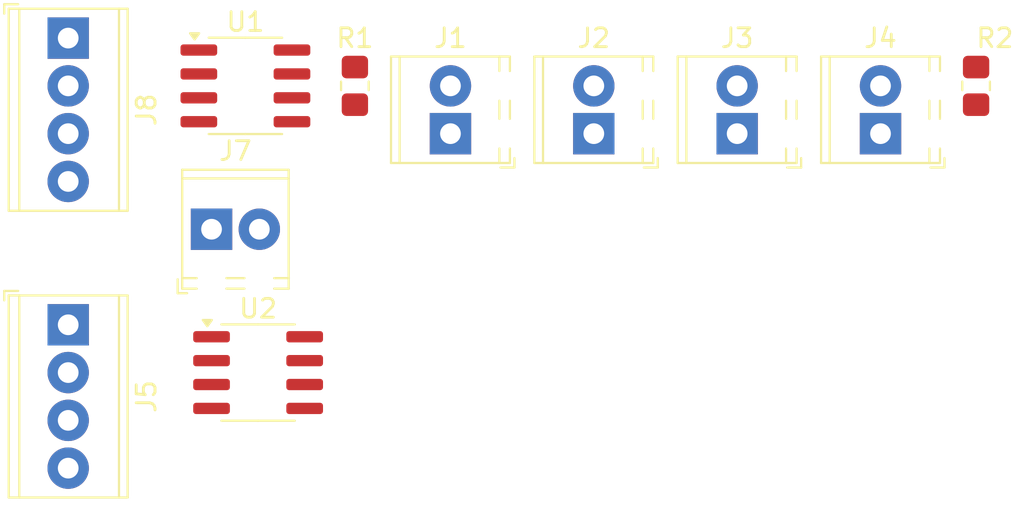
<source format=kicad_pcb>
(kicad_pcb (version 20221018) (generator pcbnew)
  (layers (0 "F.Cu" signal) (31 "B.Cu" signal) (34 "B.Paste" user) (35 "F.Paste" user) (36 "B.SilkS" user "B.Silkscreen") (37 "F.SilkS" user "F.Silkscreen") (38 "B.Mask" user) (39 "F.Mask" user) (44 "Edge.Cuts" user))
  (net 0 "")
  (net 1 "/CANL")
  (net 2 "/CANH")
  (net 3 "/CAN_Tx")
  (net 4 "/CAN_Rx")
  (net 5 "Net-(J5-Pin_4)")
  (net 6 "GND")
  (net 7 "+3.3V")
  (net 8 "Net-(J5-Pin_2)")
  (net 9 "Net-(J8-Pin_2)")
  (net 10 "Net-(J8-Pin_4)")
  (footprint "Resistor_SMD:R_0805_2012Metric_Pad1.20x1.40mm_HandSolder" (layer "F.Cu") (at 137.16 83.82 -90)
    (fp_text reference "R1" (at -2.54 0 -180) (layer "F.SilkS"))
    (fp_text value "120")
    (fp_line (start -0.227064 -0.735) (end 0.227064 -0.735) (stroke (width 0.12)) (layer "F.SilkS"))
    (fp_line (start -0.227064 0.735) (end 0.227064 0.735) (stroke (width 0.12)) (layer "F.SilkS"))
    (pad "1" smd roundrect (at -1 0 270) (size 1.2 1.4) (layers "F.Cu" "F.Paste" "F.Mask") (roundrect_rratio 0.208333) (net 2 "/CANH"))
    (pad "2" smd roundrect (at 1 0 270) (size 1.2 1.4) (layers "F.Cu" "F.Paste" "F.Mask") (roundrect_rratio 0.208333) (net 1 "/CANL"))
  )
  (footprint "TerminalBlock_Phoenix:TerminalBlock_Phoenix_MPT-0,5-2-2.54_1x02_P2.54mm_Horizontal" (layer "F.Cu") (at 142.24 86.36 90)
    (fp_text reference "J1" (at 5.08 0 180) (layer "F.SilkS"))
    (fp_text value "Conn_01x02" hide)
    (fp_line (start -1.8 2.66) (end -1.8 3.4) (stroke (width 0.12)) (layer "F.SilkS"))
    (fp_line (start -1.8 3.4) (end -1.3 3.4) (stroke (width 0.12)) (layer "F.SilkS"))
    (fp_line (start -1.56 -3.16) (end -1.56 3.16) (stroke (width 0.12)) (layer "F.SilkS"))
    (fp_line (start -1.56 -3.16) (end 4.1 -3.16) (stroke (width 0.12)) (layer "F.SilkS"))
    (fp_line (start -1.56 -2.7) (end 4.1 -2.7) (stroke (width 0.12)) (layer "F.SilkS"))
    (fp_line (start -1.56 2.6) (end -0.79 2.6) (stroke (width 0.12)) (layer "F.SilkS"))
    (fp_line (start -1.56 3.16) (end -0.79 3.16) (stroke (width 0.12)) (layer "F.SilkS"))
    (fp_line (start 0.79 2.6) (end 1.75 2.6) (stroke (width 0.12)) (layer "F.SilkS"))
    (fp_line (start 0.79 3.16) (end 1.75 3.16) (stroke (width 0.12)) (layer "F.SilkS"))
    (fp_line (start 3.33 2.6) (end 4.1 2.6) (stroke (width 0.12)) (layer "F.SilkS"))
    (fp_line (start 3.33 3.16) (end 4.1 3.16) (stroke (width 0.12)) (layer "F.SilkS"))
    (fp_line (start 4.1 -3.16) (end 4.1 3.16) (stroke (width 0.12)) (layer "F.SilkS"))
    (pad "" np_thru_hole circle (at 0 2.54 90) (size 1.1 1.1) (drill 1.1) (layers "*.Cu" "*.Mask"))
    (pad "" np_thru_hole circle (at 2.54 2.54 90) (size 1.1 1.1) (drill 1.1) (layers "*.Cu" "*.Mask"))
    (pad "1" thru_hole rect (at 0 0 90) (size 2.2 2.2) (drill 1.1) (layers "*.Cu" "*.Mask") (net 1 "/CANL"))
    (pad "2" thru_hole circle (at 2.54 0 90) (size 2.2 2.2) (drill 1.1) (layers "*.Cu" "*.Mask") (net 2 "/CANH"))
  )
  (footprint "Package_SO:SOIC-8_3.9x4.9mm_P1.27mm" (layer "F.Cu") (at 132.015 99.06)
    (fp_text reference "U2" (at 0 -3.4) (layer "F.SilkS"))
    (fp_text value "SN65HVD230")
    (fp_line (start 0 -2.56) (end -1.95 -2.56) (stroke (width 0.12)) (layer "F.SilkS"))
    (fp_line (start 0 -2.56) (end 1.95 -2.56) (stroke (width 0.12)) (layer "F.SilkS"))
    (fp_line (start 0 2.56) (end -1.95 2.56) (stroke (width 0.12)) (layer "F.SilkS"))
    (fp_line (start 0 2.56) (end 1.95 2.56) (stroke (width 0.12)) (layer "F.SilkS"))
    (fp_poly (pts (xy -2.7 -2.465) (xy -2.94 -2.795) (xy -2.46 -2.795) (xy -2.7 -2.465)) (stroke (width 0.12)) (fill solid) (layer "F.SilkS"))
    (pad "1" smd roundrect (at -2.475 -1.905) (size 1.95 0.6) (layers "F.Cu" "F.Paste" "F.Mask") (net 3 "/CAN_Tx"))
    (pad "2" smd roundrect (at -2.475 -0.635) (size 1.95 0.6) (layers "F.Cu" "F.Paste" "F.Mask") (net 6 "GND"))
    (pad "3" smd roundrect (at -2.475 0.635) (size 1.95 0.6) (layers "F.Cu" "F.Paste" "F.Mask") (net 7 "+3.3V"))
    (pad "4" smd roundrect (at -2.475 1.905) (size 1.95 0.6) (layers "F.Cu" "F.Paste" "F.Mask") (net 4 "/CAN_Rx"))
    (pad "5" smd roundrect (at 2.475 1.905) (size 1.95 0.6) (layers "F.Cu" "F.Paste" "F.Mask") (net 5 "Net-(J5-Pin_4)"))
    (pad "6" smd roundrect (at 2.475 0.635) (size 1.95 0.6) (layers "F.Cu" "F.Paste" "F.Mask") (net 1 "/CANL"))
    (pad "7" smd roundrect (at 2.475 -0.635) (size 1.95 0.6) (layers "F.Cu" "F.Paste" "F.Mask") (net 2 "/CANH"))
    (pad "8" smd roundrect (at 2.475 -1.905) (size 1.95 0.6) (layers "F.Cu" "F.Paste" "F.Mask") (net 8 "Net-(J5-Pin_2)"))
  )
  (footprint "TerminalBlock_Phoenix:TerminalBlock_Phoenix_MPT-0,5-4-2.54_1x04_P2.54mm_Horizontal" (layer "F.Cu") (at 121.92 96.52 -90)
    (fp_text reference "J5" (at 3.81 -4.16 90) (layer "F.SilkS"))
    (fp_text value "Conn_01x04" hide)
    (fp_line (start -1.8 2.66) (end -1.8 3.4) (stroke (width 0.12)) (layer "F.SilkS"))
    (fp_line (start -1.8 3.4) (end -1.3 3.4) (stroke (width 0.12)) (layer "F.SilkS"))
    (fp_line (start -1.56 -3.16) (end -1.56 3.16) (stroke (width 0.12)) (layer "F.SilkS"))
    (fp_line (start -1.56 -3.16) (end 9.18 -3.16) (stroke (width 0.12)) (layer "F.SilkS"))
    (fp_line (start -1.56 -2.7) (end 9.18 -2.7) (stroke (width 0.12)) (layer "F.SilkS"))
    (fp_line (start -1.56 2.6) (end 9.18 2.6) (stroke (width 0.12)) (layer "F.SilkS"))
    (fp_line (start -1.56 3.16) (end 9.18 3.16) (stroke (width 0.12)) (layer "F.SilkS"))
    (fp_line (start 9.18 -3.16) (end 9.18 3.16) (stroke (width 0.12)) (layer "F.SilkS"))
    (pad "1" thru_hole rect (at 0 0 270) (size 2.2 2.2) (drill 1.1) (layers "*.Cu" "*.Mask") (net 3 "/CAN_Tx"))
    (pad "2" thru_hole circle (at 2.54 0 270) (size 2.2 2.2) (drill 1.1) (layers "*.Cu" "*.Mask") (net 8 "Net-(J5-Pin_2)"))
    (pad "3" thru_hole circle (at 5.08 0 270) (size 2.2 2.2) (drill 1.1) (layers "*.Cu" "*.Mask") (net 4 "/CAN_Rx"))
    (pad "4" thru_hole circle (at 7.62 0 270) (size 2.2 2.2) (drill 1.1) (layers "*.Cu" "*.Mask") (net 5 "Net-(J5-Pin_4)"))
  )
  (footprint "Package_SO:SOIC-8_3.9x4.9mm_P1.27mm" (layer "F.Cu") (at 131.34 83.82)
    (fp_text reference "U1" (at 0 -3.4) (layer "F.SilkS"))
    (fp_text value "SN65HVD230")
    (fp_line (start 0 -2.56) (end -1.95 -2.56) (stroke (width 0.12)) (layer "F.SilkS"))
    (fp_line (start 0 -2.56) (end 1.95 -2.56) (stroke (width 0.12)) (layer "F.SilkS"))
    (fp_line (start 0 2.56) (end -1.95 2.56) (stroke (width 0.12)) (layer "F.SilkS"))
    (fp_line (start 0 2.56) (end 1.95 2.56) (stroke (width 0.12)) (layer "F.SilkS"))
    (fp_poly (pts (xy -2.7 -2.465) (xy -2.94 -2.795) (xy -2.46 -2.795) (xy -2.7 -2.465)) (stroke (width 0.12)) (fill solid) (layer "F.SilkS"))
    (pad "1" smd roundrect (at -2.475 -1.905) (size 1.95 0.6) (layers "F.Cu" "F.Paste" "F.Mask") (net 3 "/CAN_Tx"))
    (pad "2" smd roundrect (at -2.475 -0.635) (size 1.95 0.6) (layers "F.Cu" "F.Paste" "F.Mask") (net 6 "GND"))
    (pad "3" smd roundrect (at -2.475 0.635) (size 1.95 0.6) (layers "F.Cu" "F.Paste" "F.Mask") (net 7 "+3.3V"))
    (pad "4" smd roundrect (at -2.475 1.905) (size 1.95 0.6) (layers "F.Cu" "F.Paste" "F.Mask") (net 4 "/CAN_Rx"))
    (pad "5" smd roundrect (at 2.475 1.905) (size 1.95 0.6) (layers "F.Cu" "F.Paste" "F.Mask") (net 10 "Net-(J8-Pin_4)"))
    (pad "6" smd roundrect (at 2.475 0.635) (size 1.95 0.6) (layers "F.Cu" "F.Paste" "F.Mask") (net 1 "/CANL"))
    (pad "7" smd roundrect (at 2.475 -0.635) (size 1.95 0.6) (layers "F.Cu" "F.Paste" "F.Mask") (net 2 "/CANH"))
    (pad "8" smd roundrect (at 2.475 -1.905) (size 1.95 0.6) (layers "F.Cu" "F.Paste" "F.Mask") (net 9 "Net-(J8-Pin_2)"))
  )
  (footprint "TerminalBlock_Phoenix:TerminalBlock_Phoenix_MPT-0,5-2-2.54_1x02_P2.54mm_Horizontal" (layer "F.Cu") (at 165.1 86.36 90)
    (fp_text reference "J4" (at 5.08 0 180) (layer "F.SilkS"))
    (fp_text value "Conn_01x02" hide)
    (fp_line (start -1.8 2.66) (end -1.8 3.4) (stroke (width 0.12)) (layer "F.SilkS"))
    (fp_line (start -1.8 3.4) (end -1.3 3.4) (stroke (width 0.12)) (layer "F.SilkS"))
    (fp_line (start -1.56 -3.16) (end -1.56 3.16) (stroke (width 0.12)) (layer "F.SilkS"))
    (fp_line (start -1.56 -3.16) (end 4.1 -3.16) (stroke (width 0.12)) (layer "F.SilkS"))
    (fp_line (start -1.56 -2.7) (end 4.1 -2.7) (stroke (width 0.12)) (layer "F.SilkS"))
    (fp_line (start -1.56 2.6) (end -0.79 2.6) (stroke (width 0.12)) (layer "F.SilkS"))
    (fp_line (start -1.56 3.16) (end -0.79 3.16) (stroke (width 0.12)) (layer "F.SilkS"))
    (fp_line (start 0.79 2.6) (end 1.75 2.6) (stroke (width 0.12)) (layer "F.SilkS"))
    (fp_line (start 0.79 3.16) (end 1.75 3.16) (stroke (width 0.12)) (layer "F.SilkS"))
    (fp_line (start 3.33 2.6) (end 4.1 2.6) (stroke (width 0.12)) (layer "F.SilkS"))
    (fp_line (start 3.33 3.16) (end 4.1 3.16) (stroke (width 0.12)) (layer "F.SilkS"))
    (fp_line (start 4.1 -3.16) (end 4.1 3.16) (stroke (width 0.12)) (layer "F.SilkS"))
    (pad "" np_thru_hole circle (at 0 2.54 90) (size 1.1 1.1) (drill 1.1) (layers "*.Cu" "*.Mask"))
    (pad "" np_thru_hole circle (at 2.54 2.54 90) (size 1.1 1.1) (drill 1.1) (layers "*.Cu" "*.Mask"))
    (pad "1" thru_hole rect (at 0 0 90) (size 2.2 2.2) (drill 1.1) (layers "*.Cu" "*.Mask") (net 1 "/CANL"))
    (pad "2" thru_hole circle (at 2.54 0 90) (size 2.2 2.2) (drill 1.1) (layers "*.Cu" "*.Mask") (net 2 "/CANH"))
  )
  (footprint "TerminalBlock_Phoenix:TerminalBlock_Phoenix_MPT-0,5-2-2.54_1x02_P2.54mm_Horizontal" (layer "F.Cu") (at 149.86 86.36 90)
    (fp_text reference "J2" (at 5.08 0 180) (layer "F.SilkS"))
    (fp_text value "Conn_01x02" hide)
    (fp_line (start -1.8 2.66) (end -1.8 3.4) (stroke (width 0.12)) (layer "F.SilkS"))
    (fp_line (start -1.8 3.4) (end -1.3 3.4) (stroke (width 0.12)) (layer "F.SilkS"))
    (fp_line (start -1.56 -3.16) (end -1.56 3.16) (stroke (width 0.12)) (layer "F.SilkS"))
    (fp_line (start -1.56 -3.16) (end 4.1 -3.16) (stroke (width 0.12)) (layer "F.SilkS"))
    (fp_line (start -1.56 -2.7) (end 4.1 -2.7) (stroke (width 0.12)) (layer "F.SilkS"))
    (fp_line (start -1.56 2.6) (end -0.79 2.6) (stroke (width 0.12)) (layer "F.SilkS"))
    (fp_line (start -1.56 3.16) (end -0.79 3.16) (stroke (width 0.12)) (layer "F.SilkS"))
    (fp_line (start 0.79 2.6) (end 1.75 2.6) (stroke (width 0.12)) (layer "F.SilkS"))
    (fp_line (start 0.79 3.16) (end 1.75 3.16) (stroke (width 0.12)) (layer "F.SilkS"))
    (fp_line (start 3.33 2.6) (end 4.1 2.6) (stroke (width 0.12)) (layer "F.SilkS"))
    (fp_line (start 3.33 3.16) (end 4.1 3.16) (stroke (width 0.12)) (layer "F.SilkS"))
    (fp_line (start 4.1 -3.16) (end 4.1 3.16) (stroke (width 0.12)) (layer "F.SilkS"))
    (pad "" np_thru_hole circle (at 0 2.54 90) (size 1.1 1.1) (drill 1.1) (layers "*.Cu" "*.Mask"))
    (pad "" np_thru_hole circle (at 2.54 2.54 90) (size 1.1 1.1) (drill 1.1) (layers "*.Cu" "*.Mask"))
    (pad "1" thru_hole rect (at 0 0 90) (size 2.2 2.2) (drill 1.1) (layers "*.Cu" "*.Mask") (net 1 "/CANL"))
    (pad "2" thru_hole circle (at 2.54 0 90) (size 2.2 2.2) (drill 1.1) (layers "*.Cu" "*.Mask") (net 2 "/CANH"))
  )
  (footprint "TerminalBlock_Phoenix:TerminalBlock_Phoenix_MPT-0,5-2-2.54_1x02_P2.54mm_Horizontal" (layer "F.Cu") (at 129.54 91.44)
    (fp_text reference "J7" (at 1.27 -4.16) (layer "F.SilkS"))
    (fp_text value "Conn_01x02" hide)
    (fp_line (start -1.8 2.66) (end -1.8 3.4) (stroke (width 0.12)) (layer "F.SilkS"))
    (fp_line (start -1.8 3.4) (end -1.3 3.4) (stroke (width 0.12)) (layer "F.SilkS"))
    (fp_line (start -1.56 -3.16) (end -1.56 3.16) (stroke (width 0.12)) (layer "F.SilkS"))
    (fp_line (start -1.56 -3.16) (end 4.1 -3.16) (stroke (width 0.12)) (layer "F.SilkS"))
    (fp_line (start -1.56 -2.7) (end 4.1 -2.7) (stroke (width 0.12)) (layer "F.SilkS"))
    (fp_line (start -1.56 2.6) (end -0.79 2.6) (stroke (width 0.12)) (layer "F.SilkS"))
    (fp_line (start -1.56 3.16) (end -0.79 3.16) (stroke (width 0.12)) (layer "F.SilkS"))
    (fp_line (start 0.79 2.6) (end 1.75 2.6) (stroke (width 0.12)) (layer "F.SilkS"))
    (fp_line (start 0.79 3.16) (end 1.75 3.16) (stroke (width 0.12)) (layer "F.SilkS"))
    (fp_line (start 3.33 2.6) (end 4.1 2.6) (stroke (width 0.12)) (layer "F.SilkS"))
    (fp_line (start 3.33 3.16) (end 4.1 3.16) (stroke (width 0.12)) (layer "F.SilkS"))
    (fp_line (start 4.1 -3.16) (end 4.1 3.16) (stroke (width 0.12)) (layer "F.SilkS"))
    (pad "" np_thru_hole circle (at 0 2.54) (size 1.1 1.1) (drill 1.1) (layers "*.Cu" "*.Mask"))
    (pad "" np_thru_hole circle (at 2.54 2.54) (size 1.1 1.1) (drill 1.1) (layers "*.Cu" "*.Mask"))
    (pad "1" thru_hole rect (at 0 0) (size 2.2 2.2) (drill 1.1) (layers "*.Cu" "*.Mask") (net 6 "GND"))
    (pad "2" thru_hole circle (at 2.54 0) (size 2.2 2.2) (drill 1.1) (layers "*.Cu" "*.Mask") (net 7 "+3.3V"))
  )
  (footprint "TerminalBlock_Phoenix:TerminalBlock_Phoenix_MPT-0,5-4-2.54_1x04_P2.54mm_Horizontal" (layer "F.Cu") (at 121.92 81.28 -90)
    (fp_text reference "J8" (at 3.81 -4.16 90) (layer "F.SilkS"))
    (fp_text value "Conn_01x04" hide)
    (fp_line (start -1.8 2.66) (end -1.8 3.4) (stroke (width 0.12)) (layer "F.SilkS"))
    (fp_line (start -1.8 3.4) (end -1.3 3.4) (stroke (width 0.12)) (layer "F.SilkS"))
    (fp_line (start -1.56 -3.16) (end -1.56 3.16) (stroke (width 0.12)) (layer "F.SilkS"))
    (fp_line (start -1.56 -3.16) (end 9.18 -3.16) (stroke (width 0.12)) (layer "F.SilkS"))
    (fp_line (start -1.56 -2.7) (end 9.18 -2.7) (stroke (width 0.12)) (layer "F.SilkS"))
    (fp_line (start -1.56 2.6) (end 9.18 2.6) (stroke (width 0.12)) (layer "F.SilkS"))
    (fp_line (start -1.56 3.16) (end 9.18 3.16) (stroke (width 0.12)) (layer "F.SilkS"))
    (fp_line (start 9.18 -3.16) (end 9.18 3.16) (stroke (width 0.12)) (layer "F.SilkS"))
    (pad "1" thru_hole rect (at 0 0 270) (size 2.2 2.2) (drill 1.1) (layers "*.Cu" "*.Mask") (net 3 "/CAN_Tx"))
    (pad "2" thru_hole circle (at 2.54 0 270) (size 2.2 2.2) (drill 1.1) (layers "*.Cu" "*.Mask") (net 9 "Net-(J8-Pin_2)"))
    (pad "3" thru_hole circle (at 5.08 0 270) (size 2.2 2.2) (drill 1.1) (layers "*.Cu" "*.Mask") (net 4 "/CAN_Rx"))
    (pad "4" thru_hole circle (at 7.62 0 270) (size 2.2 2.2) (drill 1.1) (layers "*.Cu" "*.Mask") (net 10 "Net-(J8-Pin_4)"))
  )
  (footprint "TerminalBlock_Phoenix:TerminalBlock_Phoenix_MPT-0,5-2-2.54_1x02_P2.54mm_Horizontal" (layer "F.Cu") (at 157.48 86.36 90)
    (fp_text reference "J3" (at 5.08 0 180) (layer "F.SilkS"))
    (fp_text value "Conn_01x02" hide)
    (fp_line (start -1.8 2.66) (end -1.8 3.4) (stroke (width 0.12)) (layer "F.SilkS"))
    (fp_line (start -1.8 3.4) (end -1.3 3.4) (stroke (width 0.12)) (layer "F.SilkS"))
    (fp_line (start -1.56 -3.16) (end -1.56 3.16) (stroke (width 0.12)) (layer "F.SilkS"))
    (fp_line (start -1.56 -3.16) (end 4.1 -3.16) (stroke (width 0.12)) (layer "F.SilkS"))
    (fp_line (start -1.56 -2.7) (end 4.1 -2.7) (stroke (width 0.12)) (layer "F.SilkS"))
    (fp_line (start -1.56 2.6) (end -0.79 2.6) (stroke (width 0.12)) (layer "F.SilkS"))
    (fp_line (start -1.56 3.16) (end -0.79 3.16) (stroke (width 0.12)) (layer "F.SilkS"))
    (fp_line (start 0.79 2.6) (end 1.75 2.6) (stroke (width 0.12)) (layer "F.SilkS"))
    (fp_line (start 0.79 3.16) (end 1.75 3.16) (stroke (width 0.12)) (layer "F.SilkS"))
    (fp_line (start 3.33 2.6) (end 4.1 2.6) (stroke (width 0.12)) (layer "F.SilkS"))
    (fp_line (start 3.33 3.16) (end 4.1 3.16) (stroke (width 0.12)) (layer "F.SilkS"))
    (fp_line (start 4.1 -3.16) (end 4.1 3.16) (stroke (width 0.12)) (layer "F.SilkS"))
    (pad "" np_thru_hole circle (at 0 2.54 90) (size 1.1 1.1) (drill 1.1) (layers "*.Cu" "*.Mask"))
    (pad "" np_thru_hole circle (at 2.54 2.54 90) (size 1.1 1.1) (drill 1.1) (layers "*.Cu" "*.Mask"))
    (pad "1" thru_hole rect (at 0 0 90) (size 2.2 2.2) (drill 1.1) (layers "*.Cu" "*.Mask") (net 1 "/CANL"))
    (pad "2" thru_hole circle (at 2.54 0 90) (size 2.2 2.2) (drill 1.1) (layers "*.Cu" "*.Mask") (net 2 "/CANH"))
  )
  (footprint "Resistor_SMD:R_0805_2012Metric_Pad1.20x1.40mm_HandSolder" (layer "F.Cu") (at 170.18 83.82 -90)
    (fp_text reference "R2" (at -2.54 -1) (layer "F.SilkS"))
    (fp_text value "120")
    (fp_line (start -0.227064 -0.735) (end 0.227064 -0.735) (stroke (width 0.12)) (layer "F.SilkS"))
    (fp_line (start -0.227064 0.735) (end 0.227064 0.735) (stroke (width 0.12)) (layer "F.SilkS"))
    (pad "1" smd roundrect (at -1 0 270) (size 1.2 1.4) (layers "F.Cu" "F.Paste" "F.Mask") (roundrect_rratio 0.208333) (net 2 "/CANH"))
    (pad "2" smd roundrect (at 1 0 270) (size 1.2 1.4) (layers "F.Cu" "F.Paste" "F.Mask") (roundrect_rratio 0.208333) (net 1 "/CANL"))
  )
)
</source>
